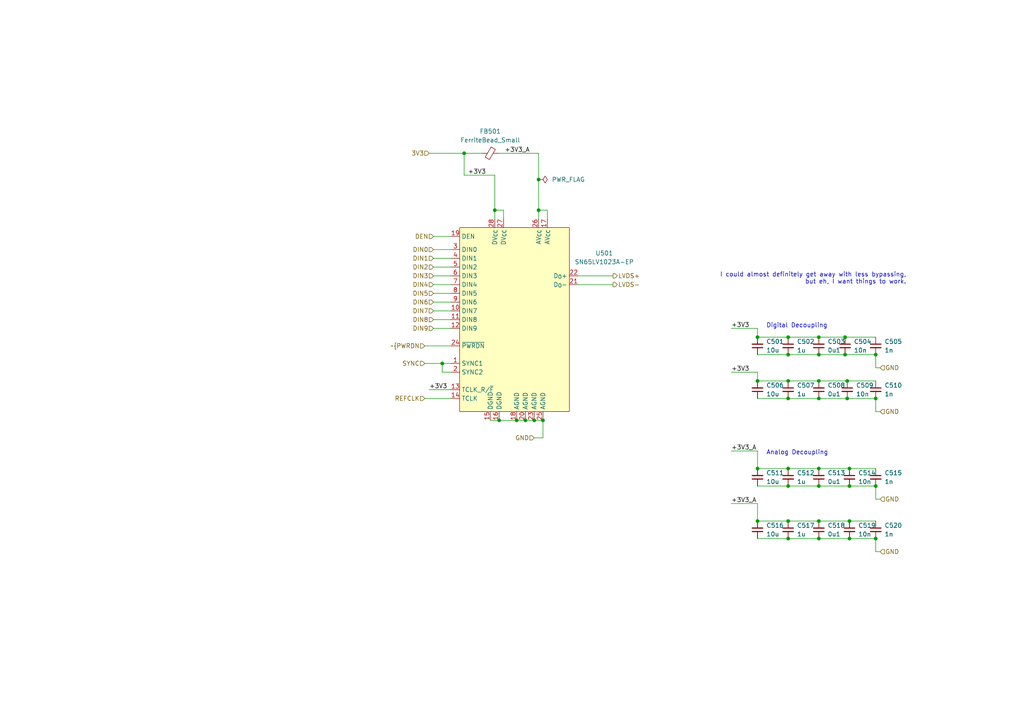
<source format=kicad_sch>
(kicad_sch (version 20211123) (generator eeschema)
  (paper "A4")
  (lib_symbols
    (symbol "Device:C_Small" (pin_numbers hide) (pin_names (offset 0.254) hide)
      (property "Reference" "C" (at 0.254 1.778 0))
      (property "Value" "C_Small" (at 0.254 -2.032 0))
      (symbol "C_Small_0_1"
        (polyline (pts (xy -1.524 -0.508) (xy 1.524 -0.508)) (stroke (width 0.3302)))
        (polyline (pts (xy -1.524 0.508) (xy 1.524 0.508)) (stroke (width 0.3048)))
      )
      (symbol "C_Small_1_1"
        (pin passive line (at 0 2.54 270) (length 2.032) (name "~") (number "1"))
        (pin passive line (at 0 -2.54 90) (length 2.032) (name "~") (number "2"))
      )
    )
    (symbol "Device:FerriteBead_Small" (pin_numbers hide) (pin_names (offset 0))
      (property "Reference" "FB" (at 1.905 1.27 0))
      (property "Value" "FerriteBead_Small" (at 1.905 -1.27 0))
      (symbol "FerriteBead_Small_0_1"
        (polyline (pts (xy 0 -1.27) (xy 0 -0.7874)))
        (polyline (pts (xy 0 0.889) (xy 0 1.2954)))
        (polyline (pts (xy -1.8288 0.2794) (xy -1.1176 1.4986) (xy 1.8288 -0.2032) (xy 1.1176 -1.4224) (xy -1.8288 0.2794)))
      )
      (symbol "FerriteBead_Small_1_1"
        (pin passive line (at 0 2.54 270) (length 1.27) (name "~") (number "1"))
        (pin passive line (at 0 -2.54 90) (length 1.27) (name "~") (number "2"))
      )
    )
    (symbol "Sonar:SN65LV1023A-EP"
      (property "Reference" "U" (at -13.97 -27.94 0))
      (property "Value" "SN65LV1023A-EP" (at 2.54 3.81 0))
      (symbol "SN65LV1023A-EP_0_1"
        (rectangle (start -15.24 26.67) (end 16.51 -26.67) (fill (type background)))
      )
      (symbol "SN65LV1023A-EP_1_1"
        (pin input line (at -17.78 -12.7 0) (length 2.54) (name "SYNC1") (number "1"))
        (pin input line (at -17.78 2.54 0) (length 2.54) (name "DIN7") (number "10"))
        (pin input line (at -17.78 0 0) (length 2.54) (name "DIN8") (number "11"))
        (pin input line (at -17.78 -2.54 0) (length 2.54) (name "DIN9") (number "12"))
        (pin input line (at -17.78 -20.32 0) (length 2.54) (name "TCLK_R/~{F}") (number "13"))
        (pin input line (at -17.78 -22.86 0) (length 2.54) (name "TCLK") (number "14"))
        (pin power_in line (at -6.35 -29.21 90) (length 2.54) (name "DGND") (number "15"))
        (pin power_in line (at -3.81 -29.21 90) (length 2.54) (name "DGND") (number "16"))
        (pin power_in line (at 10.16 29.21 270) (length 2.54) (name "AV_{CC}") (number "17"))
        (pin power_in line (at 1.27 -29.21 90) (length 2.54) (name "AGND") (number "18"))
        (pin input line (at -17.78 24.13 0) (length 2.54) (name "DEN") (number "19"))
        (pin input line (at -17.78 -15.24 0) (length 2.54) (name "SYNC2") (number "2"))
        (pin power_in line (at 3.81 -29.21 90) (length 2.54) (name "AGND") (number "20"))
        (pin output line (at 19.05 10.16 180) (length 2.54) (name "D_{O}-") (number "21"))
        (pin output line (at 19.05 12.7 180) (length 2.54) (name "D_{O}+") (number "22"))
        (pin power_in line (at 6.35 -29.21 90) (length 2.54) (name "AGND") (number "23"))
        (pin input line (at -17.78 -7.62 0) (length 2.54) (name "~{PWRDN}") (number "24"))
        (pin power_in line (at 8.89 -29.21 90) (length 2.54) (name "AGND") (number "25"))
        (pin power_in line (at 7.62 29.21 270) (length 2.54) (name "AV_{CC}") (number "26"))
        (pin power_in line (at -2.54 29.21 270) (length 2.54) (name "DV_{CC}") (number "27"))
        (pin power_in line (at -5.08 29.21 270) (length 2.54) (name "DV_{CC}") (number "28"))
        (pin input line (at -17.78 20.32 0) (length 2.54) (name "DIN0") (number "3"))
        (pin input line (at -17.78 17.78 0) (length 2.54) (name "DIN1") (number "4"))
        (pin input line (at -17.78 15.24 0) (length 2.54) (name "DIN2") (number "5"))
        (pin input line (at -17.78 12.7 0) (length 2.54) (name "DIN3") (number "6"))
        (pin input line (at -17.78 10.16 0) (length 2.54) (name "DIN4") (number "7"))
        (pin input line (at -17.78 7.62 0) (length 2.54) (name "DIN5") (number "8"))
        (pin input line (at -17.78 5.08 0) (length 2.54) (name "DIN6") (number "9"))
      )
    )
    (symbol "power:PWR_FLAG" (power) (pin_numbers hide) (pin_names (offset 0) hide)
      (property "Value" "PWR_FLAG" (at 0 3.81 0))
      (symbol "PWR_FLAG_0_0"
        (pin power_out line (at 0 0 90) (length 0) (name "pwr") (number "1"))
      )
      (symbol "PWR_FLAG_0_1"
        (polyline (pts (xy 0 0) (xy 0 1.27) (xy -1.016 1.905) (xy 0 2.54) (xy 1.016 1.905) (xy 0 1.27)))
      )
    )
  )
  (junction (at 143.51 60.96))
  (junction (at 219.71 135.89))
  (junction (at 154.94 121.92))
  (junction (at 246.38 156.21))
  (junction (at 219.71 97.79))
  (junction (at 219.71 151.13))
  (junction (at 237.49 151.13))
  (junction (at 237.49 135.89))
  (junction (at 219.71 110.49))
  (junction (at 254 156.21))
  (junction (at 228.6 110.49))
  (junction (at 134.62 44.45))
  (junction (at 245.7368 110.49))
  (junction (at 245.11 102.87))
  (junction (at 237.49 97.79))
  (junction (at 246.38 140.97))
  (junction (at 246.38 151.13))
  (junction (at 237.49 156.21))
  (junction (at 157.48 121.92))
  (junction (at 228.6 156.21))
  (junction (at 228.6 140.97))
  (junction (at 254 102.87))
  (junction (at 245.11 97.79))
  (junction (at 228.6 97.79))
  (junction (at 128.27 105.41))
  (junction (at 228.6 102.87))
  (junction (at 152.4 121.92))
  (junction (at 149.86 121.92))
  (junction (at 245.7368 115.57))
  (junction (at 228.6 151.13))
  (junction (at 237.49 115.57))
  (junction (at 228.6 115.57))
  (junction (at 237.49 102.87))
  (junction (at 237.49 110.49))
  (junction (at 156.21 60.96))
  (junction (at 246.38 135.89))
  (junction (at 156.21 52.07))
  (junction (at 228.6 135.89))
  (junction (at 144.78 121.92))
  (junction (at 237.49 140.97))
  (junction (at 254 115.57))
  (junction (at 254 140.97))
  (wire (pts (xy 128.27 107.95) (xy 128.27 105.41)))
  (wire (pts (xy 152.4 121.92) (xy 154.94 121.92)))
  (wire (pts (xy 149.86 121.92) (xy 152.4 121.92)))
  (wire (pts (xy 237.49 140.97) (xy 246.38 140.97)))
  (wire (pts (xy 167.64 80.01) (xy 177.8 80.01)))
  (wire (pts (xy 228.6 97.79) (xy 237.49 97.79)))
  (wire (pts (xy 125.73 87.63) (xy 130.81 87.63)))
  (wire (pts (xy 125.73 74.93) (xy 130.81 74.93)))
  (wire (pts (xy 125.73 68.58) (xy 130.81 68.58)))
  (wire (pts (xy 123.19 115.57) (xy 130.81 115.57)))
  (wire (pts (xy 124.46 44.45) (xy 134.62 44.45)))
  (wire (pts (xy 156.21 44.45) (xy 156.21 52.07)))
  (wire (pts (xy 245.7368 110.49) (xy 254 110.49)))
  (wire (pts (xy 212.09 107.95) (xy 219.71 107.95)))
  (wire (pts (xy 212.09 146.05) (xy 219.71 146.05)))
  (wire (pts (xy 124.46 113.03) (xy 130.81 113.03)))
  (wire (pts (xy 246.38 151.13) (xy 254 151.13)))
  (wire (pts (xy 254 106.68) (xy 255.27 106.68)))
  (wire (pts (xy 246.38 135.89) (xy 254 135.89)))
  (wire (pts (xy 219.71 156.21) (xy 228.6 156.21)))
  (wire (pts (xy 237.49 135.89) (xy 246.38 135.89)))
  (wire (pts (xy 246.38 156.21) (xy 254 156.21)))
  (wire (pts (xy 228.6 156.21) (xy 237.49 156.21)))
  (wire (pts (xy 123.19 105.41) (xy 128.27 105.41)))
  (wire (pts (xy 156.21 60.96) (xy 156.21 63.5)))
  (wire (pts (xy 156.21 52.07) (xy 156.21 60.96)))
  (wire (pts (xy 134.62 50.8) (xy 143.51 50.8)))
  (wire (pts (xy 219.71 140.97) (xy 228.6 140.97)))
  (wire (pts (xy 228.6 140.97) (xy 237.49 140.97)))
  (wire (pts (xy 130.81 107.95) (xy 128.27 107.95)))
  (wire (pts (xy 219.71 151.13) (xy 228.6 151.13)))
  (wire (pts (xy 154.94 121.92) (xy 157.48 121.92)))
  (wire (pts (xy 158.75 60.96) (xy 158.75 63.5)))
  (wire (pts (xy 219.71 110.49) (xy 228.6 110.49)))
  (wire (pts (xy 245.11 102.87) (xy 254 102.87)))
  (wire (pts (xy 125.73 72.39) (xy 130.81 72.39)))
  (wire (pts (xy 254 119.38) (xy 255.27 119.38)))
  (wire (pts (xy 245.7368 115.57) (xy 254 115.57)))
  (wire (pts (xy 254 144.78) (xy 255.27 144.78)))
  (wire (pts (xy 156.21 60.96) (xy 158.75 60.96)))
  (wire (pts (xy 167.64 82.55) (xy 177.8 82.55)))
  (wire (pts (xy 237.49 97.79) (xy 245.11 97.79)))
  (wire (pts (xy 143.51 60.96) (xy 143.51 63.5)))
  (wire (pts (xy 254 156.21) (xy 254 160.02)))
  (wire (pts (xy 157.48 127) (xy 154.94 127)))
  (wire (pts (xy 254 160.02) (xy 255.27 160.02)))
  (wire (pts (xy 228.6 151.13) (xy 237.49 151.13)))
  (wire (pts (xy 143.51 60.96) (xy 146.05 60.96)))
  (wire (pts (xy 125.73 90.17) (xy 130.81 90.17)))
  (wire (pts (xy 254 140.97) (xy 254 144.78)))
  (wire (pts (xy 219.71 135.89) (xy 219.71 130.81)))
  (wire (pts (xy 219.71 107.95) (xy 219.71 110.49)))
  (wire (pts (xy 219.71 151.13) (xy 219.71 146.05)))
  (wire (pts (xy 125.73 92.71) (xy 130.81 92.71)))
  (wire (pts (xy 237.49 110.49) (xy 245.7368 110.49)))
  (wire (pts (xy 254 115.57) (xy 254 119.38)))
  (wire (pts (xy 219.71 115.57) (xy 228.6 115.57)))
  (wire (pts (xy 228.6 135.89) (xy 237.49 135.89)))
  (wire (pts (xy 134.62 44.45) (xy 139.7 44.45)))
  (wire (pts (xy 228.6 115.57) (xy 237.49 115.57)))
  (wire (pts (xy 125.73 85.09) (xy 130.81 85.09)))
  (wire (pts (xy 146.05 60.96) (xy 146.05 63.5)))
  (wire (pts (xy 228.6 102.87) (xy 237.49 102.87)))
  (wire (pts (xy 212.09 130.81) (xy 219.71 130.81)))
  (wire (pts (xy 125.73 80.01) (xy 130.81 80.01)))
  (wire (pts (xy 128.27 105.41) (xy 130.81 105.41)))
  (wire (pts (xy 157.48 121.92) (xy 157.48 127)))
  (wire (pts (xy 219.71 102.87) (xy 228.6 102.87)))
  (wire (pts (xy 143.51 50.8) (xy 143.51 60.96)))
  (wire (pts (xy 237.49 156.21) (xy 246.38 156.21)))
  (wire (pts (xy 125.73 77.47) (xy 130.81 77.47)))
  (wire (pts (xy 237.49 102.87) (xy 245.11 102.87)))
  (wire (pts (xy 219.71 135.89) (xy 228.6 135.89)))
  (wire (pts (xy 123.19 100.33) (xy 130.81 100.33)))
  (wire (pts (xy 254 102.87) (xy 254 106.68)))
  (wire (pts (xy 125.73 95.25) (xy 130.81 95.25)))
  (wire (pts (xy 246.38 140.97) (xy 254 140.97)))
  (wire (pts (xy 212.09 95.25) (xy 219.71 95.25)))
  (wire (pts (xy 219.71 95.25) (xy 219.71 97.79)))
  (wire (pts (xy 134.62 44.45) (xy 134.62 50.8)))
  (wire (pts (xy 142.24 121.92) (xy 144.78 121.92)))
  (wire (pts (xy 125.73 82.55) (xy 130.81 82.55)))
  (wire (pts (xy 228.6 110.49) (xy 237.49 110.49)))
  (wire (pts (xy 219.71 97.79) (xy 228.6 97.79)))
  (wire (pts (xy 237.49 151.13) (xy 246.38 151.13)))
  (wire (pts (xy 144.78 121.92) (xy 149.86 121.92)))
  (wire (pts (xy 144.78 44.45) (xy 156.21 44.45)))
  (wire (pts (xy 245.11 97.79) (xy 254 97.79)))
  (wire (pts (xy 237.49 115.57) (xy 245.7368 115.57)))
  (text "Digital Decoupling\n" (at 240.03 95.25 180) (effects (font (size 1.27 1.27)) (justify right bottom)))
  (text "I could almost definitely get away with less bypassing,\nbut eh, I want things to work." (at 262.89 82.55 0) (effects (font (size 1.27 1.27)) (justify right bottom)))
  (text "Analog Decoupling\n" (at 222.25 132.08 0) (effects (font (size 1.27 1.27)) (justify left bottom)))
  (label "+3V3_A" (at 212.09 130.81 0))
  (label "+3V3" (at 140.97 50.8 180))
  (label "+3V3_A" (at 153.67 44.45 180))
  (label "+3V3" (at 212.09 107.95 0))
  (label "+3V3" (at 124.46 113.03 0))
  (label "+3V3_A" (at 212.09 146.05 0))
  (label "+3V3" (at 212.09 95.25 0))
  (hierarchical_label "GND" (shape input) (at 154.94 127 180))
  (hierarchical_label "GND" (shape input) (at 255.27 160.02 0))
  (hierarchical_label "3V3" (shape input) (at 124.46 44.45 180))
  (hierarchical_label "DIN8" (shape input) (at 125.73 92.71 180))
  (hierarchical_label "GND" (shape input) (at 255.27 144.78 0))
  (hierarchical_label "DIN4" (shape input) (at 125.73 82.55 180))
  (hierarchical_label "DIN3" (shape input) (at 125.73 80.01 180))
  (hierarchical_label "LVDS+" (shape output) (at 177.8 80.01 0))
  (hierarchical_label "REFCLK" (shape input) (at 123.19 115.57 180))
  (hierarchical_label "DIN1" (shape input) (at 125.73 74.93 180))
  (hierarchical_label "DIN7" (shape input) (at 125.73 90.17 180))
  (hierarchical_label "SYNC" (shape input) (at 123.19 105.41 180))
  (hierarchical_label "DIN5" (shape input) (at 125.73 85.09 180))
  (hierarchical_label "DEN" (shape input) (at 125.73 68.58 180))
  (hierarchical_label "DIN2" (shape input) (at 125.73 77.47 180))
  (hierarchical_label "GND" (shape input) (at 255.27 119.38 0))
  (hierarchical_label "~{PWRDN" (shape input) (at 123.19 100.33 180))
  (hierarchical_label "LVDS-" (shape output) (at 177.8 82.55 0))
  (hierarchical_label "DIN6" (shape input) (at 125.73 87.63 180))
  (hierarchical_label "DIN0" (shape input) (at 125.73 72.39 180))
  (hierarchical_label "GND" (shape input) (at 255.27 106.68 0))
  (hierarchical_label "DIN9" (shape input) (at 125.73 95.25 180))
  (symbol (lib_id "Device:C_Small") (at 219.71 100.33 180) (unit 1)
    (property "Reference" "C501" (at 222.25 99.0535 0) (effects (justify right)))
    (property "Value" "10u" (at 222.25 101.5935 0) (effects (justify right)))
    (property "Footprint" "Capacitor_SMD:C_0805_2012Metric_Pad1.18x1.45mm_HandSolder" (effects hide))
    (property "MPN" "CL21B106KPQNNNE" (effects hide))
    (property "Manufacturer" "Samsung Electro-Mechanics" (effects hide))
    (property "DPN" "1276-1764-1-ND" (effects hide))
    (property "Distributor" "DigiKey" (effects hide))
  )
  (symbol (lib_id "Device:C_Small") (at 246.38 138.43 0) (unit 1)
    (property "Reference" "C514" (at 248.92 137.1662 0) (effects (justify left)))
    (property "Value" "10n" (at 248.92 139.7062 0) (effects (justify left)))
    (property "Footprint" "Capacitor_SMD:C_0603_1608Metric_Pad1.08x0.95mm_HandSolder" (effects hide))
    (property "MPN" "CL10B103KB8NNNC" (effects hide))
    (property "Manufacturer" "Samsung Electro-Mechanics" (effects hide))
    (property "DPN" "1276-1009-1-ND" (effects hide))
    (property "Distributor" "DigiKey" (effects hide))
  )
  (symbol (lib_id "Device:C_Small") (at 245.7368 113.03 0) (unit 1)
    (property "Reference" "C509" (at 248.2768 111.7662 0) (effects (justify left)))
    (property "Value" "10n" (at 248.2768 114.3062 0) (effects (justify left)))
    (property "Footprint" "Capacitor_SMD:C_0603_1608Metric_Pad1.08x0.95mm_HandSolder" (effects hide))
    (property "MPN" "CL10B103KB8NNNC" (effects hide))
    (property "Manufacturer" "Samsung Electro-Mechanics" (effects hide))
    (property "DPN" "1276-1009-1-ND" (effects hide))
    (property "Distributor" "DigiKey" (effects hide))
  )
  (symbol (lib_id "Device:C_Small") (at 219.71 138.43 180) (unit 1)
    (property "Reference" "C511" (at 222.25 137.1535 0) (effects (justify right)))
    (property "Value" "10u" (at 222.25 139.6935 0) (effects (justify right)))
    (property "Footprint" "Capacitor_SMD:C_0805_2012Metric_Pad1.18x1.45mm_HandSolder" (effects hide))
    (property "MPN" "CL21B106KPQNNNE" (effects hide))
    (property "Manufacturer" "Samsung Electro-Mechanics" (effects hide))
    (property "DPN" "1276-1764-1-ND" (effects hide))
    (property "Distributor" "DigiKey" (effects hide))
  )
  (symbol (lib_id "Device:C_Small") (at 254 113.03 0) (unit 1)
    (property "Reference" "C510" (at 256.54 111.7662 0) (effects (justify left)))
    (property "Value" "1n" (at 256.54 114.3062 0) (effects (justify left)))
    (property "Footprint" "Capacitor_SMD:C_0603_1608Metric_Pad1.08x0.95mm_HandSolder" (effects hide))
    (property "MPN" "CL10B102KB8NNNC" (effects hide))
    (property "Manufacturer" "Samsung Electro-Mechanics" (effects hide))
    (property "DPN" "1276-1018-1-ND" (effects hide))
    (property "Distributor" "DigiKey" (effects hide))
  )
  (symbol (lib_id "Device:C_Small") (at 219.71 113.03 180) (unit 1)
    (property "Reference" "C506" (at 222.25 111.7535 0) (effects (justify right)))
    (property "Value" "10u" (at 222.25 114.2935 0) (effects (justify right)))
    (property "Footprint" "Capacitor_SMD:C_0805_2012Metric_Pad1.18x1.45mm_HandSolder" (effects hide))
    (property "MPN" "CL21B106KPQNNNE" (effects hide))
    (property "Manufacturer" "Samsung Electro-Mechanics" (effects hide))
    (property "DPN" "1276-1764-1-ND" (effects hide))
    (property "Distributor" "DigiKey" (effects hide))
  )
  (symbol (lib_id "Device:C_Small") (at 246.38 153.67 0) (unit 1)
    (property "Reference" "C519" (at 248.92 152.4062 0) (effects (justify left)))
    (property "Value" "10n" (at 248.92 154.9462 0) (effects (justify left)))
    (property "Footprint" "Capacitor_SMD:C_0603_1608Metric_Pad1.08x0.95mm_HandSolder" (effects hide))
    (property "MPN" "CL10B103KB8NNNC" (effects hide))
    (property "Manufacturer" "Samsung Electro-Mechanics" (effects hide))
    (property "DPN" "1276-1009-1-ND" (effects hide))
    (property "Distributor" "DigiKey" (effects hide))
  )
  (symbol (lib_id "Sonar:SN65LV1023A-EP") (at 148.59 92.71 0) (unit 1)
    (property "Reference" "U501" (at 175.26 73.4312 0))
    (property "Value" "SN65LV1023A-EP" (at 175.26 75.9712 0))
    (property "Footprint" "Package_SO:SSOP-28_5.3x10.2mm_P0.65mm" (effects hide))
    (property "Datasheet" "https://www.ti.com/lit/ds/symlink/sn65lv1023a-ep.pdf?HQS=dis-dk-null-digikeymode-dsf-pf-null-wwe&ts=1662682686646&ref_url=https%253A%252F%252Fwww.ti.com%252Fgeneral%252Fdocs%252Fsuppproductinfo.tsp%253FdistId%253D10%2526gotoUrl%253Dhttps%253A%252F%252Fwww.ti.com%252Flit%252Fgpn%252Fsn65lv1023a-ep" (effects hide))
    (property "MPN" "SN65LV1023A" (effects hide))
    (property "Manufacturer" "Texas Instruments" (effects hide))
    (property "DPN" "296-21243-1-ND" (effects hide))
    (property "Distributor" "DigiKey" (effects hide))
  )
  (symbol (lib_id "Device:C_Small") (at 254 153.67 0) (unit 1)
    (property "Reference" "C520" (at 256.54 152.4062 0) (effects (justify left)))
    (property "Value" "1n" (at 256.54 154.9462 0) (effects (justify left)))
    (property "Footprint" "Capacitor_SMD:C_0603_1608Metric_Pad1.08x0.95mm_HandSolder" (effects hide))
    (property "MPN" "CL10B102KB8NNNC" (effects hide))
    (property "Manufacturer" "Samsung Electro-Mechanics" (effects hide))
    (property "DPN" "1276-1018-1-ND" (effects hide))
    (property "Distributor" "DigiKey" (effects hide))
  )
  (symbol (lib_id "power:PWR_FLAG") (at 156.21 52.07 270) (unit 1)
    (property "Reference" "#FLG0102" (effects hide))
    (property "Value" "PWR_FLAG" (at 160.02 52.0699 90) (effects (justify left)))
  )
  (symbol (lib_id "Device:C_Small") (at 254 100.33 0) (unit 1)
    (property "Reference" "C505" (at 256.54 99.0662 0) (effects (justify left)))
    (property "Value" "1n" (at 256.54 101.6062 0) (effects (justify left)))
    (property "Footprint" "Capacitor_SMD:C_0603_1608Metric_Pad1.08x0.95mm_HandSolder" (effects hide))
    (property "MPN" "CL10B102KB8NNNC" (effects hide))
    (property "Manufacturer" "Samsung Electro-Mechanics" (effects hide))
    (property "DPN" "1276-1018-1-ND" (effects hide))
    (property "Distributor" "DigiKey" (effects hide))
  )
  (symbol (lib_id "Device:C_Small") (at 254 138.43 0) (unit 1)
    (property "Reference" "C515" (at 256.54 137.1662 0) (effects (justify left)))
    (property "Value" "1n" (at 256.54 139.7062 0) (effects (justify left)))
    (property "Footprint" "Capacitor_SMD:C_0603_1608Metric_Pad1.08x0.95mm_HandSolder" (effects hide))
    (property "MPN" "CL10B102KB8NNNC" (effects hide))
    (property "Manufacturer" "Samsung Electro-Mechanics" (effects hide))
    (property "DPN" "1276-1018-1-ND" (effects hide))
    (property "Distributor" "DigiKey" (effects hide))
  )
  (symbol (lib_id "Device:C_Small") (at 237.49 100.33 180) (unit 1)
    (property "Reference" "C503" (at 240.03 99.0535 0) (effects (justify right)))
    (property "Value" "0u1" (at 240.03 101.5935 0) (effects (justify right)))
    (property "Footprint" "Capacitor_SMD:C_0603_1608Metric_Pad1.08x0.95mm_HandSolder" (effects hide))
    (property "MPN" "CL10B104KB8NNWC" (effects hide))
    (property "Manufacturer" "Samsung Electro-Mechanics" (effects hide))
    (property "DPN" "1276-1935-1-ND" (effects hide))
    (property "Distributor" "DigiKey" (effects hide))
  )
  (symbol (lib_id "Device:C_Small") (at 237.49 153.67 180) (unit 1)
    (property "Reference" "C518" (at 240.03 152.3935 0) (effects (justify right)))
    (property "Value" "0u1" (at 240.03 154.9335 0) (effects (justify right)))
    (property "Footprint" "Capacitor_SMD:C_0603_1608Metric_Pad1.08x0.95mm_HandSolder" (effects hide))
    (property "MPN" "CL10B104KB8NNWC" (effects hide))
    (property "Manufacturer" "Samsung Electro-Mechanics" (effects hide))
    (property "DPN" "1276-1935-1-ND" (effects hide))
    (property "Distributor" "DigiKey" (effects hide))
  )
  (symbol (lib_id "Device:C_Small") (at 228.6 100.33 0) (unit 1)
    (property "Reference" "C502" (at 231.14 99.0662 0) (effects (justify left)))
    (property "Value" "1u" (at 231.14 101.6062 0) (effects (justify left)))
    (property "Footprint" "Capacitor_SMD:C_0603_1608Metric_Pad1.08x0.95mm_HandSolder" (effects hide))
    (property "MPN" "CL10B105KP8NNNC" (effects hide))
    (property "Manufacturer" "Samsung Electro-Mechanics" (effects hide))
    (property "DPN" "1276-1946-1-ND" (effects hide))
    (property "Distributor" "DigiKey" (effects hide))
  )
  (symbol (lib_id "Device:C_Small") (at 245.11 100.33 0) (unit 1)
    (property "Reference" "C504" (at 247.65 99.0662 0) (effects (justify left)))
    (property "Value" "10n" (at 247.65 101.6062 0) (effects (justify left)))
    (property "Footprint" "Capacitor_SMD:C_0603_1608Metric_Pad1.08x0.95mm_HandSolder" (effects hide))
    (property "MPN" "CL10B103KB8NNNC" (effects hide))
    (property "Manufacturer" "Samsung Electro-Mechanics" (effects hide))
    (property "DPN" "1276-1009-1-ND" (effects hide))
    (property "Distributor" "DigiKey" (effects hide))
  )
  (symbol (lib_id "Device:C_Small") (at 219.71 153.67 180) (unit 1)
    (property "Reference" "C516" (at 222.25 152.3935 0) (effects (justify right)))
    (property "Value" "10u" (at 222.25 154.9335 0) (effects (justify right)))
    (property "Footprint" "Capacitor_SMD:C_0805_2012Metric_Pad1.18x1.45mm_HandSolder" (effects hide))
    (property "MPN" "CL21B106KPQNNNE" (effects hide))
    (property "Manufacturer" "Samsung Electro-Mechanics" (effects hide))
    (property "DPN" "1276-1764-1-ND" (effects hide))
    (property "Distributor" "DigiKey" (effects hide))
  )
  (symbol (lib_id "Device:C_Small") (at 228.6 113.03 0) (unit 1)
    (property "Reference" "C507" (at 231.14 111.7662 0) (effects (justify left)))
    (property "Value" "1u" (at 231.14 114.3062 0) (effects (justify left)))
    (property "Footprint" "Capacitor_SMD:C_0603_1608Metric_Pad1.08x0.95mm_HandSolder" (effects hide))
    (property "MPN" "CL10B105KP8NNNC" (effects hide))
    (property "Manufacturer" "Samsung Electro-Mechanics" (effects hide))
    (property "DPN" "1276-1946-1-ND" (effects hide))
    (property "Distributor" "DigiKey" (effects hide))
  )
  (symbol (lib_id "Device:C_Small") (at 237.49 138.43 180) (unit 1)
    (property "Reference" "C513" (at 240.03 137.1535 0) (effects (justify right)))
    (property "Value" "0u1" (at 240.03 139.6935 0) (effects (justify right)))
    (property "Footprint" "Capacitor_SMD:C_0603_1608Metric_Pad1.08x0.95mm_HandSolder" (effects hide))
    (property "MPN" "CL10B104KB8NNWC" (effects hide))
    (property "Manufacturer" "Samsung Electro-Mechanics" (effects hide))
    (property "DPN" "1276-1935-1-ND" (effects hide))
    (property "Distributor" "DigiKey" (effects hide))
  )
  (symbol (lib_id "Device:C_Small") (at 228.6 153.67 0) (unit 1)
    (property "Reference" "C517" (at 231.14 152.4062 0) (effects (justify left)))
    (property "Value" "1u" (at 231.14 154.9462 0) (effects (justify left)))
    (property "Footprint" "Capacitor_SMD:C_0603_1608Metric_Pad1.08x0.95mm_HandSolder" (effects hide))
    (property "MPN" "CL10B105KP8NNNC" (effects hide))
    (property "Manufacturer" "Samsung Electro-Mechanics" (effects hide))
    (property "DPN" "1276-1946-1-ND" (effects hide))
    (property "Distributor" "DigiKey" (effects hide))
  )
  (symbol (lib_id "Device:FerriteBead_Small") (at 142.24 44.45 90) (unit 1)
    (property "Reference" "FB501" (at 142.2019 38.1 90))
    (property "Value" "FerriteBead_Small" (at 142.2019 40.64 90))
    (property "Footprint" "Resistor_SMD:R_0603_1608Metric_Pad0.98x0.95mm_HandSolder" (effects hide))
    (property "Datasheet" "https://media.digikey.com/pdf/Data%20Sheets/Laird%20Technologies/EMI_Filtering_and_RF_Inductors.pdf" (effects hide))
    (property "Description" "FERRITE BEAD 1 KOHM 0603 1LN" (effects hide))
    (property "MPN" "HZ0603B102R-10" (effects hide))
    (property "Manufacturer" "Laird-Signal Integrity Products" (effects hide))
    (property "DPN" "240-2378-1-ND" (effects hide))
    (property "Distributor" "240-2378-1-ND" (effects hide))
  )
  (symbol (lib_id "Device:C_Small") (at 237.49 113.03 180) (unit 1)
    (property "Reference" "C508" (at 240.03 111.7535 0) (effects (justify right)))
    (property "Value" "0u1" (at 240.03 114.2935 0) (effects (justify right)))
    (property "Footprint" "Capacitor_SMD:C_0603_1608Metric_Pad1.08x0.95mm_HandSolder" (effects hide))
    (property "MPN" "CL10B104KB8NNWC" (effects hide))
    (property "Manufacturer" "Samsung Electro-Mechanics" (effects hide))
    (property "DPN" "1276-1935-1-ND" (effects hide))
    (property "Distributor" "DigiKey" (effects hide))
  )
  (symbol (lib_id "Device:C_Small") (at 228.6 138.43 0) (unit 1)
    (property "Reference" "C512" (at 231.14 137.1662 0) (effects (justify left)))
    (property "Value" "1u" (at 231.14 139.7062 0) (effects (justify left)))
    (property "Footprint" "Capacitor_SMD:C_0603_1608Metric_Pad1.08x0.95mm_HandSolder" (effects hide))
    (property "MPN" "CL10B105KP8NNNC" (effects hide))
    (property "Manufacturer" "Samsung Electro-Mechanics" (effects hide))
    (property "DPN" "1276-1946-1-ND" (effects hide))
    (property "Distributor" "DigiKey" (effects hide))
  )
)
</source>
